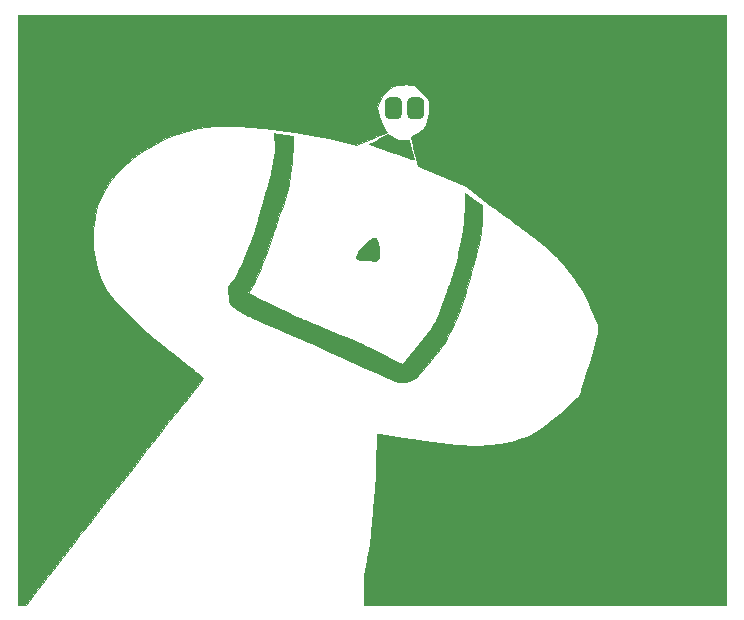
<source format=gbr>
G04 #@! TF.GenerationSoftware,KiCad,Pcbnew,(5.1.4)-1*
G04 #@! TF.CreationDate,2020-02-12T22:39:29-05:00*
G04 #@! TF.ProjectId,uradisappointment,75726164-6973-4617-9070-6f696e746d65,rev?*
G04 #@! TF.SameCoordinates,Original*
G04 #@! TF.FileFunction,Soldermask,Top*
G04 #@! TF.FilePolarity,Negative*
%FSLAX46Y46*%
G04 Gerber Fmt 4.6, Leading zero omitted, Abs format (unit mm)*
G04 Created by KiCad (PCBNEW (5.1.4)-1) date 2020-02-12 22:39:29*
%MOMM*%
%LPD*%
G04 APERTURE LIST*
%ADD10C,0.010000*%
%ADD11C,0.100000*%
%ADD12C,1.375000*%
G04 APERTURE END LIST*
D10*
G36*
X30014333Y-25019000D02*
G01*
X-677334Y-25019000D01*
X-677334Y-22538504D01*
X-421372Y-21270502D01*
X-370016Y-21015486D01*
X-325425Y-20790595D01*
X-286472Y-20586958D01*
X-252029Y-20395704D01*
X-220969Y-20207961D01*
X-192164Y-20014859D01*
X-164485Y-19807526D01*
X-136806Y-19577093D01*
X-107999Y-19314687D01*
X-76935Y-19011437D01*
X-42487Y-18658474D01*
X-3528Y-18246925D01*
X41071Y-17767920D01*
X86946Y-17272000D01*
X138452Y-16712934D01*
X182649Y-16227089D01*
X220238Y-15803400D01*
X251922Y-15430800D01*
X278403Y-15098226D01*
X300380Y-14794610D01*
X318558Y-14508888D01*
X333635Y-14229993D01*
X346316Y-13946861D01*
X357301Y-13648426D01*
X367291Y-13323621D01*
X376989Y-12961382D01*
X387096Y-12550643D01*
X387576Y-12530667D01*
X397490Y-12126597D01*
X407165Y-11749088D01*
X416360Y-11406435D01*
X424832Y-11106932D01*
X432339Y-10858873D01*
X438640Y-10670553D01*
X443491Y-10550265D01*
X446651Y-10506303D01*
X446657Y-10506295D01*
X489532Y-10509383D01*
X605156Y-10524868D01*
X782784Y-10551118D01*
X1011668Y-10586497D01*
X1281062Y-10629375D01*
X1580220Y-10678117D01*
X1615149Y-10683876D01*
X2611783Y-10845614D01*
X3531426Y-10988719D01*
X4379584Y-11113599D01*
X5161763Y-11220662D01*
X5883469Y-11310315D01*
X6550209Y-11382969D01*
X7167490Y-11439029D01*
X7740817Y-11478905D01*
X8275696Y-11503004D01*
X8777635Y-11511736D01*
X9252139Y-11505507D01*
X9704715Y-11484726D01*
X10140869Y-11449801D01*
X10566108Y-11401140D01*
X10816166Y-11365843D01*
X11296081Y-11281186D01*
X11782678Y-11172620D01*
X12260247Y-11044993D01*
X12713073Y-10903154D01*
X13125446Y-10751951D01*
X13481653Y-10596232D01*
X13717468Y-10470567D01*
X14195091Y-10164637D01*
X14718611Y-9787784D01*
X15287875Y-9340133D01*
X15902728Y-8821807D01*
X16563018Y-8232932D01*
X17151060Y-7685366D01*
X17334680Y-7508579D01*
X17465634Y-7373975D01*
X17554912Y-7267916D01*
X17613509Y-7176763D01*
X17652417Y-7086880D01*
X17665111Y-7047625D01*
X17692349Y-6958249D01*
X17741264Y-6798847D01*
X17808510Y-6580278D01*
X17890743Y-6313399D01*
X17984616Y-6009069D01*
X18086784Y-5678147D01*
X18178109Y-5382582D01*
X18373934Y-4748048D01*
X18545512Y-4188430D01*
X18693945Y-3697859D01*
X18820339Y-3270469D01*
X18925794Y-2900392D01*
X19011415Y-2581760D01*
X19078306Y-2308708D01*
X19127568Y-2075367D01*
X19160305Y-1875870D01*
X19177621Y-1704349D01*
X19180618Y-1554938D01*
X19170401Y-1421769D01*
X19148071Y-1298975D01*
X19114732Y-1180688D01*
X19071487Y-1061042D01*
X19019440Y-934168D01*
X19016024Y-926107D01*
X18751755Y-312504D01*
X18508349Y231598D01*
X18279904Y717022D01*
X18060518Y1154592D01*
X17844286Y1555132D01*
X17625307Y1929463D01*
X17397679Y2288411D01*
X17155498Y2642799D01*
X16892861Y3003449D01*
X16820834Y3099134D01*
X16532174Y3472090D01*
X16251877Y3815402D01*
X15971513Y4136934D01*
X15682650Y4444550D01*
X15376859Y4746114D01*
X15045708Y5049489D01*
X14680766Y5362538D01*
X14273602Y5693126D01*
X13815787Y6049116D01*
X13298889Y6438373D01*
X13017821Y6646333D01*
X12853175Y6767963D01*
X12629168Y6934038D01*
X12354230Y7138280D01*
X12036792Y7374411D01*
X11685284Y7636154D01*
X11308138Y7917231D01*
X10913782Y8211365D01*
X10510649Y8512278D01*
X10118354Y8805333D01*
X7937500Y10435166D01*
X5919814Y11298831D01*
X3902129Y12162496D01*
X3687332Y13055665D01*
X3593138Y13447373D01*
X3517008Y13764960D01*
X3457294Y14016646D01*
X3412353Y14210649D01*
X3380538Y14355189D01*
X3360204Y14458486D01*
X3349706Y14528759D01*
X3347398Y14574228D01*
X3351635Y14603113D01*
X3360771Y14623632D01*
X3370324Y14639256D01*
X3426190Y14689240D01*
X3538807Y14762434D01*
X3688166Y14846326D01*
X3762447Y14884440D01*
X3942975Y14983470D01*
X4115395Y15093578D01*
X4249496Y15195048D01*
X4277373Y15220500D01*
X4423656Y15406578D01*
X4558651Y15660347D01*
X4677116Y15965044D01*
X4773812Y16303910D01*
X4843495Y16660184D01*
X4880927Y17017106D01*
X4885797Y17166166D01*
X4884970Y17372192D01*
X4875668Y17517931D01*
X4854068Y17627638D01*
X4816346Y17725565D01*
X4789029Y17780000D01*
X4719724Y17880883D01*
X4600976Y18022886D01*
X4447124Y18191445D01*
X4272505Y18371999D01*
X4091458Y18549986D01*
X3918322Y18710845D01*
X3767434Y18840013D01*
X3682011Y18904268D01*
X3543331Y18979592D01*
X3376261Y19030417D01*
X3167267Y19058541D01*
X2902818Y19065759D01*
X2569381Y19053869D01*
X2559261Y19053297D01*
X2327855Y19038841D01*
X2159972Y19023221D01*
X2034533Y19001944D01*
X1930459Y18970521D01*
X1826672Y18924462D01*
X1737484Y18878220D01*
X1458335Y18697257D01*
X1193946Y18465848D01*
X954694Y18198591D01*
X750954Y17910082D01*
X593103Y17614918D01*
X491517Y17327694D01*
X456583Y17076324D01*
X487860Y16749383D01*
X585880Y16378330D01*
X748730Y15968593D01*
X974492Y15525601D01*
X1050720Y15392939D01*
X1142159Y15236273D01*
X1214912Y15109132D01*
X1259896Y15027539D01*
X1269999Y15006098D01*
X1232134Y14987695D01*
X1124657Y14942031D01*
X956745Y14872839D01*
X737575Y14783852D01*
X476325Y14678804D01*
X182171Y14561427D01*
X-31137Y14476802D01*
X-1332273Y13961783D01*
X-2271039Y14178447D01*
X-3732078Y14499856D01*
X-5154771Y14781132D01*
X-6533290Y15021381D01*
X-7861807Y15219711D01*
X-9134491Y15375230D01*
X-10345514Y15487044D01*
X-11154834Y15538905D01*
X-12190779Y15564725D01*
X-13173356Y15531310D01*
X-14111287Y15436983D01*
X-15013298Y15280068D01*
X-15888112Y15058888D01*
X-16744454Y14771764D01*
X-17591048Y14417021D01*
X-17991667Y14224655D01*
X-18809486Y13784525D01*
X-19559980Y13312875D01*
X-20257767Y12799488D01*
X-20917466Y12234148D01*
X-21139886Y12024222D01*
X-21651356Y11498448D01*
X-22087782Y10979615D01*
X-22456772Y10456308D01*
X-22765938Y9917114D01*
X-23022887Y9350620D01*
X-23149152Y9010398D01*
X-23331758Y8425989D01*
X-23465978Y7865838D01*
X-23556078Y7303784D01*
X-23606326Y6713665D01*
X-23621030Y6117166D01*
X-23582993Y5247250D01*
X-23469331Y4383018D01*
X-23282704Y3537759D01*
X-23025770Y2724762D01*
X-22857370Y2300659D01*
X-22700217Y1993578D01*
X-22474198Y1643737D01*
X-22181885Y1253818D01*
X-21825850Y826500D01*
X-21408665Y364466D01*
X-20932903Y-129603D01*
X-20401136Y-653026D01*
X-19815936Y-1203120D01*
X-19179874Y-1777206D01*
X-18495525Y-2372602D01*
X-17862260Y-2906344D01*
X-17260703Y-3402920D01*
X-16701776Y-3856911D01*
X-16166296Y-4283588D01*
X-15635078Y-4698221D01*
X-15088935Y-5116079D01*
X-15028334Y-5161981D01*
X-14811515Y-5327174D01*
X-14618544Y-5476330D01*
X-14459350Y-5601598D01*
X-14343865Y-5695125D01*
X-14282020Y-5749061D01*
X-14274419Y-5758045D01*
X-14297977Y-5796079D01*
X-14370233Y-5895205D01*
X-14487177Y-6050253D01*
X-14644801Y-6256057D01*
X-14839094Y-6507448D01*
X-15066047Y-6799257D01*
X-15321650Y-7126317D01*
X-15601894Y-7483459D01*
X-15902769Y-7865515D01*
X-16220265Y-8267318D01*
X-16266717Y-8325994D01*
X-17234698Y-9549170D01*
X-18178579Y-10743404D01*
X-19096697Y-11906563D01*
X-19987389Y-13036518D01*
X-20848991Y-14131138D01*
X-21679839Y-15188291D01*
X-22478271Y-16205847D01*
X-23242621Y-17181675D01*
X-23971227Y-18113643D01*
X-24662425Y-18999621D01*
X-25314552Y-19837477D01*
X-25925944Y-20625082D01*
X-26494937Y-21360303D01*
X-27019869Y-22041011D01*
X-27499074Y-22665073D01*
X-27930890Y-23230359D01*
X-28313654Y-23734739D01*
X-28645700Y-24176080D01*
X-28761347Y-24330999D01*
X-29273500Y-25018831D01*
X-29622750Y-25018915D01*
X-29972000Y-25019000D01*
X-29972000Y24976666D01*
X30014333Y24976666D01*
X30014333Y-25019000D01*
X30014333Y-25019000D01*
G37*
X30014333Y-25019000D02*
X-677334Y-25019000D01*
X-677334Y-22538504D01*
X-421372Y-21270502D01*
X-370016Y-21015486D01*
X-325425Y-20790595D01*
X-286472Y-20586958D01*
X-252029Y-20395704D01*
X-220969Y-20207961D01*
X-192164Y-20014859D01*
X-164485Y-19807526D01*
X-136806Y-19577093D01*
X-107999Y-19314687D01*
X-76935Y-19011437D01*
X-42487Y-18658474D01*
X-3528Y-18246925D01*
X41071Y-17767920D01*
X86946Y-17272000D01*
X138452Y-16712934D01*
X182649Y-16227089D01*
X220238Y-15803400D01*
X251922Y-15430800D01*
X278403Y-15098226D01*
X300380Y-14794610D01*
X318558Y-14508888D01*
X333635Y-14229993D01*
X346316Y-13946861D01*
X357301Y-13648426D01*
X367291Y-13323621D01*
X376989Y-12961382D01*
X387096Y-12550643D01*
X387576Y-12530667D01*
X397490Y-12126597D01*
X407165Y-11749088D01*
X416360Y-11406435D01*
X424832Y-11106932D01*
X432339Y-10858873D01*
X438640Y-10670553D01*
X443491Y-10550265D01*
X446651Y-10506303D01*
X446657Y-10506295D01*
X489532Y-10509383D01*
X605156Y-10524868D01*
X782784Y-10551118D01*
X1011668Y-10586497D01*
X1281062Y-10629375D01*
X1580220Y-10678117D01*
X1615149Y-10683876D01*
X2611783Y-10845614D01*
X3531426Y-10988719D01*
X4379584Y-11113599D01*
X5161763Y-11220662D01*
X5883469Y-11310315D01*
X6550209Y-11382969D01*
X7167490Y-11439029D01*
X7740817Y-11478905D01*
X8275696Y-11503004D01*
X8777635Y-11511736D01*
X9252139Y-11505507D01*
X9704715Y-11484726D01*
X10140869Y-11449801D01*
X10566108Y-11401140D01*
X10816166Y-11365843D01*
X11296081Y-11281186D01*
X11782678Y-11172620D01*
X12260247Y-11044993D01*
X12713073Y-10903154D01*
X13125446Y-10751951D01*
X13481653Y-10596232D01*
X13717468Y-10470567D01*
X14195091Y-10164637D01*
X14718611Y-9787784D01*
X15287875Y-9340133D01*
X15902728Y-8821807D01*
X16563018Y-8232932D01*
X17151060Y-7685366D01*
X17334680Y-7508579D01*
X17465634Y-7373975D01*
X17554912Y-7267916D01*
X17613509Y-7176763D01*
X17652417Y-7086880D01*
X17665111Y-7047625D01*
X17692349Y-6958249D01*
X17741264Y-6798847D01*
X17808510Y-6580278D01*
X17890743Y-6313399D01*
X17984616Y-6009069D01*
X18086784Y-5678147D01*
X18178109Y-5382582D01*
X18373934Y-4748048D01*
X18545512Y-4188430D01*
X18693945Y-3697859D01*
X18820339Y-3270469D01*
X18925794Y-2900392D01*
X19011415Y-2581760D01*
X19078306Y-2308708D01*
X19127568Y-2075367D01*
X19160305Y-1875870D01*
X19177621Y-1704349D01*
X19180618Y-1554938D01*
X19170401Y-1421769D01*
X19148071Y-1298975D01*
X19114732Y-1180688D01*
X19071487Y-1061042D01*
X19019440Y-934168D01*
X19016024Y-926107D01*
X18751755Y-312504D01*
X18508349Y231598D01*
X18279904Y717022D01*
X18060518Y1154592D01*
X17844286Y1555132D01*
X17625307Y1929463D01*
X17397679Y2288411D01*
X17155498Y2642799D01*
X16892861Y3003449D01*
X16820834Y3099134D01*
X16532174Y3472090D01*
X16251877Y3815402D01*
X15971513Y4136934D01*
X15682650Y4444550D01*
X15376859Y4746114D01*
X15045708Y5049489D01*
X14680766Y5362538D01*
X14273602Y5693126D01*
X13815787Y6049116D01*
X13298889Y6438373D01*
X13017821Y6646333D01*
X12853175Y6767963D01*
X12629168Y6934038D01*
X12354230Y7138280D01*
X12036792Y7374411D01*
X11685284Y7636154D01*
X11308138Y7917231D01*
X10913782Y8211365D01*
X10510649Y8512278D01*
X10118354Y8805333D01*
X7937500Y10435166D01*
X5919814Y11298831D01*
X3902129Y12162496D01*
X3687332Y13055665D01*
X3593138Y13447373D01*
X3517008Y13764960D01*
X3457294Y14016646D01*
X3412353Y14210649D01*
X3380538Y14355189D01*
X3360204Y14458486D01*
X3349706Y14528759D01*
X3347398Y14574228D01*
X3351635Y14603113D01*
X3360771Y14623632D01*
X3370324Y14639256D01*
X3426190Y14689240D01*
X3538807Y14762434D01*
X3688166Y14846326D01*
X3762447Y14884440D01*
X3942975Y14983470D01*
X4115395Y15093578D01*
X4249496Y15195048D01*
X4277373Y15220500D01*
X4423656Y15406578D01*
X4558651Y15660347D01*
X4677116Y15965044D01*
X4773812Y16303910D01*
X4843495Y16660184D01*
X4880927Y17017106D01*
X4885797Y17166166D01*
X4884970Y17372192D01*
X4875668Y17517931D01*
X4854068Y17627638D01*
X4816346Y17725565D01*
X4789029Y17780000D01*
X4719724Y17880883D01*
X4600976Y18022886D01*
X4447124Y18191445D01*
X4272505Y18371999D01*
X4091458Y18549986D01*
X3918322Y18710845D01*
X3767434Y18840013D01*
X3682011Y18904268D01*
X3543331Y18979592D01*
X3376261Y19030417D01*
X3167267Y19058541D01*
X2902818Y19065759D01*
X2569381Y19053869D01*
X2559261Y19053297D01*
X2327855Y19038841D01*
X2159972Y19023221D01*
X2034533Y19001944D01*
X1930459Y18970521D01*
X1826672Y18924462D01*
X1737484Y18878220D01*
X1458335Y18697257D01*
X1193946Y18465848D01*
X954694Y18198591D01*
X750954Y17910082D01*
X593103Y17614918D01*
X491517Y17327694D01*
X456583Y17076324D01*
X487860Y16749383D01*
X585880Y16378330D01*
X748730Y15968593D01*
X974492Y15525601D01*
X1050720Y15392939D01*
X1142159Y15236273D01*
X1214912Y15109132D01*
X1259896Y15027539D01*
X1269999Y15006098D01*
X1232134Y14987695D01*
X1124657Y14942031D01*
X956745Y14872839D01*
X737575Y14783852D01*
X476325Y14678804D01*
X182171Y14561427D01*
X-31137Y14476802D01*
X-1332273Y13961783D01*
X-2271039Y14178447D01*
X-3732078Y14499856D01*
X-5154771Y14781132D01*
X-6533290Y15021381D01*
X-7861807Y15219711D01*
X-9134491Y15375230D01*
X-10345514Y15487044D01*
X-11154834Y15538905D01*
X-12190779Y15564725D01*
X-13173356Y15531310D01*
X-14111287Y15436983D01*
X-15013298Y15280068D01*
X-15888112Y15058888D01*
X-16744454Y14771764D01*
X-17591048Y14417021D01*
X-17991667Y14224655D01*
X-18809486Y13784525D01*
X-19559980Y13312875D01*
X-20257767Y12799488D01*
X-20917466Y12234148D01*
X-21139886Y12024222D01*
X-21651356Y11498448D01*
X-22087782Y10979615D01*
X-22456772Y10456308D01*
X-22765938Y9917114D01*
X-23022887Y9350620D01*
X-23149152Y9010398D01*
X-23331758Y8425989D01*
X-23465978Y7865838D01*
X-23556078Y7303784D01*
X-23606326Y6713665D01*
X-23621030Y6117166D01*
X-23582993Y5247250D01*
X-23469331Y4383018D01*
X-23282704Y3537759D01*
X-23025770Y2724762D01*
X-22857370Y2300659D01*
X-22700217Y1993578D01*
X-22474198Y1643737D01*
X-22181885Y1253818D01*
X-21825850Y826500D01*
X-21408665Y364466D01*
X-20932903Y-129603D01*
X-20401136Y-653026D01*
X-19815936Y-1203120D01*
X-19179874Y-1777206D01*
X-18495525Y-2372602D01*
X-17862260Y-2906344D01*
X-17260703Y-3402920D01*
X-16701776Y-3856911D01*
X-16166296Y-4283588D01*
X-15635078Y-4698221D01*
X-15088935Y-5116079D01*
X-15028334Y-5161981D01*
X-14811515Y-5327174D01*
X-14618544Y-5476330D01*
X-14459350Y-5601598D01*
X-14343865Y-5695125D01*
X-14282020Y-5749061D01*
X-14274419Y-5758045D01*
X-14297977Y-5796079D01*
X-14370233Y-5895205D01*
X-14487177Y-6050253D01*
X-14644801Y-6256057D01*
X-14839094Y-6507448D01*
X-15066047Y-6799257D01*
X-15321650Y-7126317D01*
X-15601894Y-7483459D01*
X-15902769Y-7865515D01*
X-16220265Y-8267318D01*
X-16266717Y-8325994D01*
X-17234698Y-9549170D01*
X-18178579Y-10743404D01*
X-19096697Y-11906563D01*
X-19987389Y-13036518D01*
X-20848991Y-14131138D01*
X-21679839Y-15188291D01*
X-22478271Y-16205847D01*
X-23242621Y-17181675D01*
X-23971227Y-18113643D01*
X-24662425Y-18999621D01*
X-25314552Y-19837477D01*
X-25925944Y-20625082D01*
X-26494937Y-21360303D01*
X-27019869Y-22041011D01*
X-27499074Y-22665073D01*
X-27930890Y-23230359D01*
X-28313654Y-23734739D01*
X-28645700Y-24176080D01*
X-28761347Y-24330999D01*
X-29273500Y-25018831D01*
X-29622750Y-25018915D01*
X-29972000Y-25019000D01*
X-29972000Y24976666D01*
X30014333Y24976666D01*
X30014333Y-25019000D01*
G36*
X-8159189Y14921746D02*
G01*
X-8070362Y14906939D01*
X-7915905Y14882979D01*
X-7714013Y14852618D01*
X-7482883Y14818610D01*
X-7355598Y14800170D01*
X-7126990Y14765724D01*
X-6928399Y14732940D01*
X-6774757Y14704511D01*
X-6680994Y14683126D01*
X-6659594Y14674705D01*
X-6650618Y14621948D01*
X-6648390Y14496872D01*
X-6652184Y14311491D01*
X-6661277Y14077822D01*
X-6674944Y13807881D01*
X-6692461Y13513684D01*
X-6713104Y13207247D01*
X-6736148Y12900587D01*
X-6760870Y12605718D01*
X-6786545Y12334657D01*
X-6812448Y12099421D01*
X-6817090Y12061722D01*
X-6919159Y11361321D01*
X-7048106Y10661407D01*
X-7199704Y9979903D01*
X-7369723Y9334731D01*
X-7553936Y8743814D01*
X-7685199Y8382000D01*
X-7739331Y8236956D01*
X-7815135Y8026038D01*
X-7907558Y7763713D01*
X-8011547Y7464444D01*
X-8122051Y7142696D01*
X-8234016Y6812936D01*
X-8254500Y6752166D01*
X-8542408Y5906850D01*
X-8810241Y5141166D01*
X-9058956Y4452732D01*
X-9289509Y3839168D01*
X-9502855Y3298093D01*
X-9699952Y2827124D01*
X-9881755Y2423882D01*
X-10049220Y2085985D01*
X-10203304Y1811051D01*
X-10297904Y1663265D01*
X-10448345Y1442697D01*
X-10272423Y1340853D01*
X-10082222Y1234959D01*
X-9826395Y1098853D01*
X-9516093Y938015D01*
X-9162465Y757922D01*
X-8776662Y564053D01*
X-8369835Y361887D01*
X-7953134Y156902D01*
X-7537710Y-45423D01*
X-7134713Y-239610D01*
X-6755293Y-420180D01*
X-6410602Y-581655D01*
X-6111789Y-718556D01*
X-5870005Y-825404D01*
X-5820834Y-846333D01*
X-5694295Y-899198D01*
X-5500850Y-979406D01*
X-5251954Y-1082235D01*
X-4959060Y-1202964D01*
X-4633623Y-1336872D01*
X-4287098Y-1479239D01*
X-3930939Y-1625341D01*
X-3915834Y-1631532D01*
X-3282711Y-1891365D01*
X-2720305Y-2123117D01*
X-2220798Y-2330337D01*
X-1776369Y-2516575D01*
X-1379201Y-2685380D01*
X-1021474Y-2840302D01*
X-695368Y-2984889D01*
X-393066Y-3122692D01*
X-106747Y-3257260D01*
X171408Y-3392141D01*
X449217Y-3530886D01*
X734500Y-3677044D01*
X1035075Y-3834164D01*
X1358762Y-4005795D01*
X1608001Y-4139000D01*
X2517503Y-4626182D01*
X2873136Y-4249841D01*
X3270795Y-3816890D01*
X3658489Y-3371473D01*
X4029678Y-2922403D01*
X4377825Y-2478495D01*
X4696388Y-2048562D01*
X4978828Y-1641420D01*
X5218607Y-1265881D01*
X5409184Y-930760D01*
X5539402Y-656167D01*
X5582521Y-546216D01*
X5649953Y-367541D01*
X5737695Y-131208D01*
X5841744Y151716D01*
X5958096Y470166D01*
X6082748Y813074D01*
X6211698Y1169375D01*
X6340941Y1528001D01*
X6466475Y1877886D01*
X6584297Y2207963D01*
X6690402Y2507167D01*
X6780789Y2764430D01*
X6851453Y2968685D01*
X6864042Y3005666D01*
X6960032Y3294842D01*
X7043379Y3561626D01*
X7118116Y3822033D01*
X7188277Y4092075D01*
X7257894Y4387765D01*
X7331001Y4725117D01*
X7411631Y5120143D01*
X7466473Y5397500D01*
X7558404Y5871202D01*
X7634307Y6276163D01*
X7695894Y6626428D01*
X7744872Y6936044D01*
X7782952Y7219058D01*
X7811841Y7489515D01*
X7833251Y7761464D01*
X7848888Y8048949D01*
X7860463Y8366017D01*
X7869262Y8707766D01*
X7895166Y9859033D01*
X8593666Y9352218D01*
X9292166Y8845404D01*
X9323836Y8603118D01*
X9342733Y8355154D01*
X9345671Y8041734D01*
X9334150Y7680251D01*
X9309671Y7288098D01*
X9273733Y6882667D01*
X9227836Y6481350D01*
X9173481Y6101538D01*
X9112167Y5760625D01*
X9058318Y5524500D01*
X9002512Y5308505D01*
X8933312Y5040874D01*
X8858562Y4751932D01*
X8786105Y4472001D01*
X8768151Y4402666D01*
X8677913Y4061580D01*
X8567194Y3655121D01*
X8440412Y3198839D01*
X8301983Y2708285D01*
X8156326Y2199007D01*
X8007857Y1686556D01*
X7860994Y1186483D01*
X7724234Y727893D01*
X7637897Y444964D01*
X7560968Y205352D01*
X7486497Y-8178D01*
X7407531Y-212863D01*
X7317121Y-425939D01*
X7208315Y-664639D01*
X7074161Y-946202D01*
X6928008Y-1246410D01*
X6778458Y-1549733D01*
X6628285Y-1850311D01*
X6485123Y-2133157D01*
X6356607Y-2383283D01*
X6250373Y-2585702D01*
X6179876Y-2715137D01*
X6076793Y-2881197D01*
X5927544Y-3098317D01*
X5740776Y-3355681D01*
X5525134Y-3642471D01*
X5289264Y-3947868D01*
X5041813Y-4261055D01*
X4791425Y-4571215D01*
X4546747Y-4867529D01*
X4316424Y-5139181D01*
X4109104Y-5375353D01*
X3933430Y-5565227D01*
X3798050Y-5697985D01*
X3790518Y-5704672D01*
X3500410Y-5907771D01*
X3166284Y-6043277D01*
X2782935Y-6113055D01*
X2624666Y-6122682D01*
X2378525Y-6122195D01*
X2167711Y-6105844D01*
X2032000Y-6079844D01*
X1963524Y-6053442D01*
X1824626Y-5994313D01*
X1621700Y-5905339D01*
X1361137Y-5789403D01*
X1049331Y-5649385D01*
X692675Y-5488168D01*
X297561Y-5308634D01*
X-129618Y-5113663D01*
X-582469Y-4906138D01*
X-1054598Y-4688941D01*
X-1100667Y-4667703D01*
X-1632554Y-4423295D01*
X-2189731Y-4168805D01*
X-2760085Y-3909676D01*
X-3331502Y-3651353D01*
X-3891869Y-3399278D01*
X-4429070Y-3158895D01*
X-4930992Y-2935648D01*
X-5385521Y-2734980D01*
X-5780543Y-2562334D01*
X-5926667Y-2499112D01*
X-6580464Y-2217235D01*
X-7161928Y-1966362D01*
X-7676519Y-1744083D01*
X-8129698Y-1547985D01*
X-8526924Y-1375658D01*
X-8873659Y-1224690D01*
X-9175363Y-1092669D01*
X-9437495Y-977185D01*
X-9665517Y-875826D01*
X-9864888Y-786181D01*
X-10041070Y-705838D01*
X-10199521Y-632385D01*
X-10345703Y-563413D01*
X-10485076Y-496508D01*
X-10623101Y-429260D01*
X-10706371Y-388319D01*
X-10977629Y-252926D01*
X-11186718Y-143522D01*
X-11348447Y-50845D01*
X-11477627Y34367D01*
X-11589068Y121376D01*
X-11697580Y219445D01*
X-11733411Y254000D01*
X-11897496Y425708D01*
X-12001818Y565410D01*
X-12057210Y687839D01*
X-12060161Y698500D01*
X-12084313Y824956D01*
X-12106908Y1003920D01*
X-12126557Y1214069D01*
X-12141875Y1434083D01*
X-12151473Y1642639D01*
X-12153964Y1818415D01*
X-12147961Y1940089D01*
X-12142824Y1969011D01*
X-12102265Y2048171D01*
X-12018089Y2168578D01*
X-11904965Y2310073D01*
X-11841012Y2383684D01*
X-11744762Y2494054D01*
X-11660497Y2599307D01*
X-11582540Y2709930D01*
X-11505213Y2836412D01*
X-11422839Y2989243D01*
X-11329738Y3178909D01*
X-11220234Y3415899D01*
X-11088648Y3710703D01*
X-10942842Y4042833D01*
X-10728201Y4537319D01*
X-10544279Y4970337D01*
X-10385639Y5356980D01*
X-10246846Y5712339D01*
X-10122462Y6051506D01*
X-10007052Y6389573D01*
X-9895180Y6741631D01*
X-9781408Y7122771D01*
X-9660301Y7548086D01*
X-9593280Y7789333D01*
X-9484322Y8181767D01*
X-9368171Y8596168D01*
X-9250257Y9013429D01*
X-9136012Y9414441D01*
X-9030865Y9780099D01*
X-8940246Y10091294D01*
X-8907477Y10202333D01*
X-8795029Y10583364D01*
X-8703352Y10900434D01*
X-8628314Y11170501D01*
X-8565782Y11410526D01*
X-8511625Y11637466D01*
X-8461709Y11868283D01*
X-8411902Y12119934D01*
X-8358072Y12409381D01*
X-8324653Y12594166D01*
X-8274277Y12878051D01*
X-8237951Y13098569D01*
X-8214122Y13275572D01*
X-8201239Y13428911D01*
X-8197750Y13578437D01*
X-8202104Y13743999D01*
X-8212749Y13945450D01*
X-8215459Y13991166D01*
X-8230224Y14224178D01*
X-8245611Y14442895D01*
X-8259972Y14625365D01*
X-8271662Y14749635D01*
X-8273533Y14765563D01*
X-8296211Y14947292D01*
X-8159189Y14921746D01*
X-8159189Y14921746D01*
G37*
X-8159189Y14921746D02*
X-8070362Y14906939D01*
X-7915905Y14882979D01*
X-7714013Y14852618D01*
X-7482883Y14818610D01*
X-7355598Y14800170D01*
X-7126990Y14765724D01*
X-6928399Y14732940D01*
X-6774757Y14704511D01*
X-6680994Y14683126D01*
X-6659594Y14674705D01*
X-6650618Y14621948D01*
X-6648390Y14496872D01*
X-6652184Y14311491D01*
X-6661277Y14077822D01*
X-6674944Y13807881D01*
X-6692461Y13513684D01*
X-6713104Y13207247D01*
X-6736148Y12900587D01*
X-6760870Y12605718D01*
X-6786545Y12334657D01*
X-6812448Y12099421D01*
X-6817090Y12061722D01*
X-6919159Y11361321D01*
X-7048106Y10661407D01*
X-7199704Y9979903D01*
X-7369723Y9334731D01*
X-7553936Y8743814D01*
X-7685199Y8382000D01*
X-7739331Y8236956D01*
X-7815135Y8026038D01*
X-7907558Y7763713D01*
X-8011547Y7464444D01*
X-8122051Y7142696D01*
X-8234016Y6812936D01*
X-8254500Y6752166D01*
X-8542408Y5906850D01*
X-8810241Y5141166D01*
X-9058956Y4452732D01*
X-9289509Y3839168D01*
X-9502855Y3298093D01*
X-9699952Y2827124D01*
X-9881755Y2423882D01*
X-10049220Y2085985D01*
X-10203304Y1811051D01*
X-10297904Y1663265D01*
X-10448345Y1442697D01*
X-10272423Y1340853D01*
X-10082222Y1234959D01*
X-9826395Y1098853D01*
X-9516093Y938015D01*
X-9162465Y757922D01*
X-8776662Y564053D01*
X-8369835Y361887D01*
X-7953134Y156902D01*
X-7537710Y-45423D01*
X-7134713Y-239610D01*
X-6755293Y-420180D01*
X-6410602Y-581655D01*
X-6111789Y-718556D01*
X-5870005Y-825404D01*
X-5820834Y-846333D01*
X-5694295Y-899198D01*
X-5500850Y-979406D01*
X-5251954Y-1082235D01*
X-4959060Y-1202964D01*
X-4633623Y-1336872D01*
X-4287098Y-1479239D01*
X-3930939Y-1625341D01*
X-3915834Y-1631532D01*
X-3282711Y-1891365D01*
X-2720305Y-2123117D01*
X-2220798Y-2330337D01*
X-1776369Y-2516575D01*
X-1379201Y-2685380D01*
X-1021474Y-2840302D01*
X-695368Y-2984889D01*
X-393066Y-3122692D01*
X-106747Y-3257260D01*
X171408Y-3392141D01*
X449217Y-3530886D01*
X734500Y-3677044D01*
X1035075Y-3834164D01*
X1358762Y-4005795D01*
X1608001Y-4139000D01*
X2517503Y-4626182D01*
X2873136Y-4249841D01*
X3270795Y-3816890D01*
X3658489Y-3371473D01*
X4029678Y-2922403D01*
X4377825Y-2478495D01*
X4696388Y-2048562D01*
X4978828Y-1641420D01*
X5218607Y-1265881D01*
X5409184Y-930760D01*
X5539402Y-656167D01*
X5582521Y-546216D01*
X5649953Y-367541D01*
X5737695Y-131208D01*
X5841744Y151716D01*
X5958096Y470166D01*
X6082748Y813074D01*
X6211698Y1169375D01*
X6340941Y1528001D01*
X6466475Y1877886D01*
X6584297Y2207963D01*
X6690402Y2507167D01*
X6780789Y2764430D01*
X6851453Y2968685D01*
X6864042Y3005666D01*
X6960032Y3294842D01*
X7043379Y3561626D01*
X7118116Y3822033D01*
X7188277Y4092075D01*
X7257894Y4387765D01*
X7331001Y4725117D01*
X7411631Y5120143D01*
X7466473Y5397500D01*
X7558404Y5871202D01*
X7634307Y6276163D01*
X7695894Y6626428D01*
X7744872Y6936044D01*
X7782952Y7219058D01*
X7811841Y7489515D01*
X7833251Y7761464D01*
X7848888Y8048949D01*
X7860463Y8366017D01*
X7869262Y8707766D01*
X7895166Y9859033D01*
X8593666Y9352218D01*
X9292166Y8845404D01*
X9323836Y8603118D01*
X9342733Y8355154D01*
X9345671Y8041734D01*
X9334150Y7680251D01*
X9309671Y7288098D01*
X9273733Y6882667D01*
X9227836Y6481350D01*
X9173481Y6101538D01*
X9112167Y5760625D01*
X9058318Y5524500D01*
X9002512Y5308505D01*
X8933312Y5040874D01*
X8858562Y4751932D01*
X8786105Y4472001D01*
X8768151Y4402666D01*
X8677913Y4061580D01*
X8567194Y3655121D01*
X8440412Y3198839D01*
X8301983Y2708285D01*
X8156326Y2199007D01*
X8007857Y1686556D01*
X7860994Y1186483D01*
X7724234Y727893D01*
X7637897Y444964D01*
X7560968Y205352D01*
X7486497Y-8178D01*
X7407531Y-212863D01*
X7317121Y-425939D01*
X7208315Y-664639D01*
X7074161Y-946202D01*
X6928008Y-1246410D01*
X6778458Y-1549733D01*
X6628285Y-1850311D01*
X6485123Y-2133157D01*
X6356607Y-2383283D01*
X6250373Y-2585702D01*
X6179876Y-2715137D01*
X6076793Y-2881197D01*
X5927544Y-3098317D01*
X5740776Y-3355681D01*
X5525134Y-3642471D01*
X5289264Y-3947868D01*
X5041813Y-4261055D01*
X4791425Y-4571215D01*
X4546747Y-4867529D01*
X4316424Y-5139181D01*
X4109104Y-5375353D01*
X3933430Y-5565227D01*
X3798050Y-5697985D01*
X3790518Y-5704672D01*
X3500410Y-5907771D01*
X3166284Y-6043277D01*
X2782935Y-6113055D01*
X2624666Y-6122682D01*
X2378525Y-6122195D01*
X2167711Y-6105844D01*
X2032000Y-6079844D01*
X1963524Y-6053442D01*
X1824626Y-5994313D01*
X1621700Y-5905339D01*
X1361137Y-5789403D01*
X1049331Y-5649385D01*
X692675Y-5488168D01*
X297561Y-5308634D01*
X-129618Y-5113663D01*
X-582469Y-4906138D01*
X-1054598Y-4688941D01*
X-1100667Y-4667703D01*
X-1632554Y-4423295D01*
X-2189731Y-4168805D01*
X-2760085Y-3909676D01*
X-3331502Y-3651353D01*
X-3891869Y-3399278D01*
X-4429070Y-3158895D01*
X-4930992Y-2935648D01*
X-5385521Y-2734980D01*
X-5780543Y-2562334D01*
X-5926667Y-2499112D01*
X-6580464Y-2217235D01*
X-7161928Y-1966362D01*
X-7676519Y-1744083D01*
X-8129698Y-1547985D01*
X-8526924Y-1375658D01*
X-8873659Y-1224690D01*
X-9175363Y-1092669D01*
X-9437495Y-977185D01*
X-9665517Y-875826D01*
X-9864888Y-786181D01*
X-10041070Y-705838D01*
X-10199521Y-632385D01*
X-10345703Y-563413D01*
X-10485076Y-496508D01*
X-10623101Y-429260D01*
X-10706371Y-388319D01*
X-10977629Y-252926D01*
X-11186718Y-143522D01*
X-11348447Y-50845D01*
X-11477627Y34367D01*
X-11589068Y121376D01*
X-11697580Y219445D01*
X-11733411Y254000D01*
X-11897496Y425708D01*
X-12001818Y565410D01*
X-12057210Y687839D01*
X-12060161Y698500D01*
X-12084313Y824956D01*
X-12106908Y1003920D01*
X-12126557Y1214069D01*
X-12141875Y1434083D01*
X-12151473Y1642639D01*
X-12153964Y1818415D01*
X-12147961Y1940089D01*
X-12142824Y1969011D01*
X-12102265Y2048171D01*
X-12018089Y2168578D01*
X-11904965Y2310073D01*
X-11841012Y2383684D01*
X-11744762Y2494054D01*
X-11660497Y2599307D01*
X-11582540Y2709930D01*
X-11505213Y2836412D01*
X-11422839Y2989243D01*
X-11329738Y3178909D01*
X-11220234Y3415899D01*
X-11088648Y3710703D01*
X-10942842Y4042833D01*
X-10728201Y4537319D01*
X-10544279Y4970337D01*
X-10385639Y5356980D01*
X-10246846Y5712339D01*
X-10122462Y6051506D01*
X-10007052Y6389573D01*
X-9895180Y6741631D01*
X-9781408Y7122771D01*
X-9660301Y7548086D01*
X-9593280Y7789333D01*
X-9484322Y8181767D01*
X-9368171Y8596168D01*
X-9250257Y9013429D01*
X-9136012Y9414441D01*
X-9030865Y9780099D01*
X-8940246Y10091294D01*
X-8907477Y10202333D01*
X-8795029Y10583364D01*
X-8703352Y10900434D01*
X-8628314Y11170501D01*
X-8565782Y11410526D01*
X-8511625Y11637466D01*
X-8461709Y11868283D01*
X-8411902Y12119934D01*
X-8358072Y12409381D01*
X-8324653Y12594166D01*
X-8274277Y12878051D01*
X-8237951Y13098569D01*
X-8214122Y13275572D01*
X-8201239Y13428911D01*
X-8197750Y13578437D01*
X-8202104Y13743999D01*
X-8212749Y13945450D01*
X-8215459Y13991166D01*
X-8230224Y14224178D01*
X-8245611Y14442895D01*
X-8259972Y14625365D01*
X-8271662Y14749635D01*
X-8273533Y14765563D01*
X-8296211Y14947292D01*
X-8159189Y14921746D01*
G36*
X271587Y6079514D02*
G01*
X359691Y6041594D01*
X398515Y5999488D01*
X417263Y5936445D01*
X454308Y5816365D01*
X502336Y5662910D01*
X512605Y5630333D01*
X561966Y5453897D01*
X592471Y5285018D01*
X607925Y5093419D01*
X612134Y4848827D01*
X612124Y4838722D01*
X610560Y4629702D01*
X604444Y4487075D01*
X590572Y4392580D01*
X565742Y4327953D01*
X526748Y4274932D01*
X510009Y4256639D01*
X473719Y4218750D01*
X437918Y4190610D01*
X391036Y4171524D01*
X321502Y4160801D01*
X217748Y4157744D01*
X68203Y4161663D01*
X-138703Y4171861D01*
X-414541Y4187647D01*
X-529167Y4194344D01*
X-804922Y4211699D01*
X-1007316Y4229058D01*
X-1147589Y4249720D01*
X-1236983Y4276979D01*
X-1286739Y4314134D01*
X-1308099Y4364479D01*
X-1312334Y4424015D01*
X-1285255Y4609206D01*
X-1201067Y4809403D01*
X-1055347Y5031607D01*
X-843670Y5282820D01*
X-630643Y5502702D01*
X-366418Y5749837D01*
X-144109Y5927682D01*
X39725Y6038436D01*
X188526Y6084301D01*
X271587Y6079514D01*
X271587Y6079514D01*
G37*
X271587Y6079514D02*
X359691Y6041594D01*
X398515Y5999488D01*
X417263Y5936445D01*
X454308Y5816365D01*
X502336Y5662910D01*
X512605Y5630333D01*
X561966Y5453897D01*
X592471Y5285018D01*
X607925Y5093419D01*
X612134Y4848827D01*
X612124Y4838722D01*
X610560Y4629702D01*
X604444Y4487075D01*
X590572Y4392580D01*
X565742Y4327953D01*
X526748Y4274932D01*
X510009Y4256639D01*
X473719Y4218750D01*
X437918Y4190610D01*
X391036Y4171524D01*
X321502Y4160801D01*
X217748Y4157744D01*
X68203Y4161663D01*
X-138703Y4171861D01*
X-414541Y4187647D01*
X-529167Y4194344D01*
X-804922Y4211699D01*
X-1007316Y4229058D01*
X-1147589Y4249720D01*
X-1236983Y4276979D01*
X-1286739Y4314134D01*
X-1308099Y4364479D01*
X-1312334Y4424015D01*
X-1285255Y4609206D01*
X-1201067Y4809403D01*
X-1055347Y5031607D01*
X-843670Y5282820D01*
X-630643Y5502702D01*
X-366418Y5749837D01*
X-144109Y5927682D01*
X39725Y6038436D01*
X188526Y6084301D01*
X271587Y6079514D01*
G36*
X1778757Y14594300D02*
G01*
X2214809Y14329833D01*
X3164381Y14329833D01*
X3360299Y13567833D01*
X3432089Y13288104D01*
X3484824Y13079892D01*
X3520593Y12932730D01*
X3541483Y12836152D01*
X3549580Y12779690D01*
X3546973Y12752877D01*
X3535747Y12745247D01*
X3524250Y12745674D01*
X3478833Y12759418D01*
X3361236Y12797467D01*
X3179531Y12857146D01*
X2941789Y12935780D01*
X2656083Y13030693D01*
X2330485Y13139209D01*
X1973066Y13258653D01*
X1632923Y13372591D01*
X-226654Y13996166D01*
X-81577Y14083571D01*
X4175Y14132828D01*
X148593Y14213178D01*
X335661Y14315820D01*
X549368Y14431952D01*
X703103Y14514872D01*
X1342706Y14858767D01*
X1778757Y14594300D01*
X1778757Y14594300D01*
G37*
X1778757Y14594300D02*
X2214809Y14329833D01*
X3164381Y14329833D01*
X3360299Y13567833D01*
X3432089Y13288104D01*
X3484824Y13079892D01*
X3520593Y12932730D01*
X3541483Y12836152D01*
X3549580Y12779690D01*
X3546973Y12752877D01*
X3535747Y12745247D01*
X3524250Y12745674D01*
X3478833Y12759418D01*
X3361236Y12797467D01*
X3179531Y12857146D01*
X2941789Y12935780D01*
X2656083Y13030693D01*
X2330485Y13139209D01*
X1973066Y13258653D01*
X1632923Y13372591D01*
X-226654Y13996166D01*
X-81577Y14083571D01*
X4175Y14132828D01*
X148593Y14213178D01*
X335661Y14315820D01*
X549368Y14431952D01*
X703103Y14514872D01*
X1342706Y14858767D01*
X1778757Y14594300D01*
D11*
G36*
X4083543Y17967145D02*
G01*
X4116912Y17962195D01*
X4149635Y17953998D01*
X4181397Y17942634D01*
X4211893Y17928210D01*
X4240827Y17910868D01*
X4267923Y17890772D01*
X4292918Y17868118D01*
X4315572Y17843123D01*
X4335668Y17816027D01*
X4353010Y17787093D01*
X4367434Y17756597D01*
X4378798Y17724835D01*
X4386995Y17692112D01*
X4391945Y17658743D01*
X4393600Y17625050D01*
X4393600Y16512550D01*
X4391945Y16478857D01*
X4386995Y16445488D01*
X4378798Y16412765D01*
X4367434Y16381003D01*
X4353010Y16350507D01*
X4335668Y16321573D01*
X4315572Y16294477D01*
X4292918Y16269482D01*
X4267923Y16246828D01*
X4240827Y16226732D01*
X4211893Y16209390D01*
X4181397Y16194966D01*
X4149635Y16183602D01*
X4116912Y16175405D01*
X4083543Y16170455D01*
X4049850Y16168800D01*
X3362350Y16168800D01*
X3328657Y16170455D01*
X3295288Y16175405D01*
X3262565Y16183602D01*
X3230803Y16194966D01*
X3200307Y16209390D01*
X3171373Y16226732D01*
X3144277Y16246828D01*
X3119282Y16269482D01*
X3096628Y16294477D01*
X3076532Y16321573D01*
X3059190Y16350507D01*
X3044766Y16381003D01*
X3033402Y16412765D01*
X3025205Y16445488D01*
X3020255Y16478857D01*
X3018600Y16512550D01*
X3018600Y17625050D01*
X3020255Y17658743D01*
X3025205Y17692112D01*
X3033402Y17724835D01*
X3044766Y17756597D01*
X3059190Y17787093D01*
X3076532Y17816027D01*
X3096628Y17843123D01*
X3119282Y17868118D01*
X3144277Y17890772D01*
X3171373Y17910868D01*
X3200307Y17928210D01*
X3230803Y17942634D01*
X3262565Y17953998D01*
X3295288Y17962195D01*
X3328657Y17967145D01*
X3362350Y17968800D01*
X4049850Y17968800D01*
X4083543Y17967145D01*
X4083543Y17967145D01*
G37*
D12*
X3706100Y17068800D03*
D11*
G36*
X2208543Y17967145D02*
G01*
X2241912Y17962195D01*
X2274635Y17953998D01*
X2306397Y17942634D01*
X2336893Y17928210D01*
X2365827Y17910868D01*
X2392923Y17890772D01*
X2417918Y17868118D01*
X2440572Y17843123D01*
X2460668Y17816027D01*
X2478010Y17787093D01*
X2492434Y17756597D01*
X2503798Y17724835D01*
X2511995Y17692112D01*
X2516945Y17658743D01*
X2518600Y17625050D01*
X2518600Y16512550D01*
X2516945Y16478857D01*
X2511995Y16445488D01*
X2503798Y16412765D01*
X2492434Y16381003D01*
X2478010Y16350507D01*
X2460668Y16321573D01*
X2440572Y16294477D01*
X2417918Y16269482D01*
X2392923Y16246828D01*
X2365827Y16226732D01*
X2336893Y16209390D01*
X2306397Y16194966D01*
X2274635Y16183602D01*
X2241912Y16175405D01*
X2208543Y16170455D01*
X2174850Y16168800D01*
X1487350Y16168800D01*
X1453657Y16170455D01*
X1420288Y16175405D01*
X1387565Y16183602D01*
X1355803Y16194966D01*
X1325307Y16209390D01*
X1296373Y16226732D01*
X1269277Y16246828D01*
X1244282Y16269482D01*
X1221628Y16294477D01*
X1201532Y16321573D01*
X1184190Y16350507D01*
X1169766Y16381003D01*
X1158402Y16412765D01*
X1150205Y16445488D01*
X1145255Y16478857D01*
X1143600Y16512550D01*
X1143600Y17625050D01*
X1145255Y17658743D01*
X1150205Y17692112D01*
X1158402Y17724835D01*
X1169766Y17756597D01*
X1184190Y17787093D01*
X1201532Y17816027D01*
X1221628Y17843123D01*
X1244282Y17868118D01*
X1269277Y17890772D01*
X1296373Y17910868D01*
X1325307Y17928210D01*
X1355803Y17942634D01*
X1387565Y17953998D01*
X1420288Y17962195D01*
X1453657Y17967145D01*
X1487350Y17968800D01*
X2174850Y17968800D01*
X2208543Y17967145D01*
X2208543Y17967145D01*
G37*
D12*
X1831100Y17068800D03*
M02*

</source>
